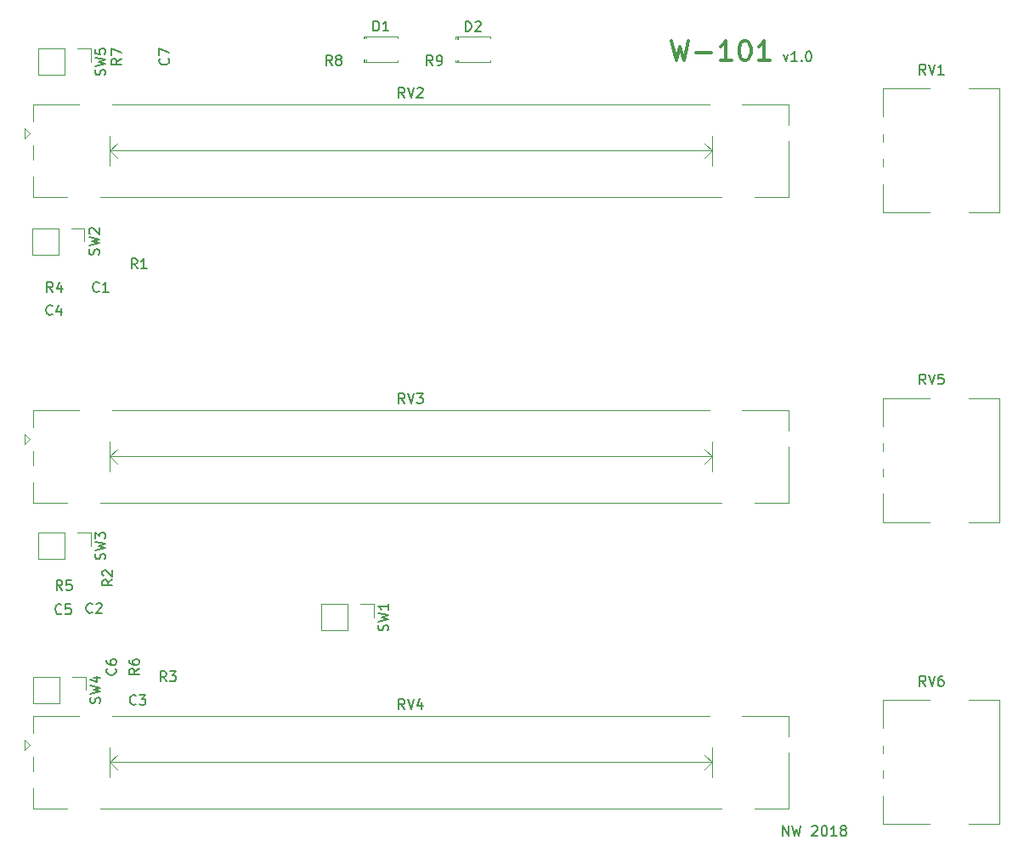
<source format=gto>
G04 #@! TF.GenerationSoftware,KiCad,Pcbnew,5.0.1-33cea8e~68~ubuntu16.04.1*
G04 #@! TF.CreationDate,2018-11-29T12:11:28+01:00*
G04 #@! TF.ProjectId,midi_controller_pcb,6D6964695F636F6E74726F6C6C65725F,rev?*
G04 #@! TF.SameCoordinates,Original*
G04 #@! TF.FileFunction,Legend,Top*
G04 #@! TF.FilePolarity,Positive*
%FSLAX46Y46*%
G04 Gerber Fmt 4.6, Leading zero omitted, Abs format (unit mm)*
G04 Created by KiCad (PCBNEW 5.0.1-33cea8e~68~ubuntu16.04.1) date Do 29 Nov 2018 12:11:28 CET*
%MOMM*%
%LPD*%
G01*
G04 APERTURE LIST*
%ADD10C,0.150000*%
%ADD11C,0.300000*%
%ADD12C,0.120000*%
G04 APERTURE END LIST*
D10*
X172942428Y-59475714D02*
X173180523Y-60142380D01*
X173418619Y-59475714D01*
X174323380Y-60142380D02*
X173751952Y-60142380D01*
X174037666Y-60142380D02*
X174037666Y-59142380D01*
X173942428Y-59285238D01*
X173847190Y-59380476D01*
X173751952Y-59428095D01*
X174751952Y-60047142D02*
X174799571Y-60094761D01*
X174751952Y-60142380D01*
X174704333Y-60094761D01*
X174751952Y-60047142D01*
X174751952Y-60142380D01*
X175418619Y-59142380D02*
X175513857Y-59142380D01*
X175609095Y-59190000D01*
X175656714Y-59237619D01*
X175704333Y-59332857D01*
X175751952Y-59523333D01*
X175751952Y-59761428D01*
X175704333Y-59951904D01*
X175656714Y-60047142D01*
X175609095Y-60094761D01*
X175513857Y-60142380D01*
X175418619Y-60142380D01*
X175323380Y-60094761D01*
X175275761Y-60047142D01*
X175228142Y-59951904D01*
X175180523Y-59761428D01*
X175180523Y-59523333D01*
X175228142Y-59332857D01*
X175275761Y-59237619D01*
X175323380Y-59190000D01*
X175418619Y-59142380D01*
X172879142Y-137358380D02*
X172879142Y-136358380D01*
X173450571Y-137358380D01*
X173450571Y-136358380D01*
X173831523Y-136358380D02*
X174069619Y-137358380D01*
X174260095Y-136644095D01*
X174450571Y-137358380D01*
X174688666Y-136358380D01*
X175783904Y-136453619D02*
X175831523Y-136406000D01*
X175926761Y-136358380D01*
X176164857Y-136358380D01*
X176260095Y-136406000D01*
X176307714Y-136453619D01*
X176355333Y-136548857D01*
X176355333Y-136644095D01*
X176307714Y-136786952D01*
X175736285Y-137358380D01*
X176355333Y-137358380D01*
X176974380Y-136358380D02*
X177069619Y-136358380D01*
X177164857Y-136406000D01*
X177212476Y-136453619D01*
X177260095Y-136548857D01*
X177307714Y-136739333D01*
X177307714Y-136977428D01*
X177260095Y-137167904D01*
X177212476Y-137263142D01*
X177164857Y-137310761D01*
X177069619Y-137358380D01*
X176974380Y-137358380D01*
X176879142Y-137310761D01*
X176831523Y-137263142D01*
X176783904Y-137167904D01*
X176736285Y-136977428D01*
X176736285Y-136739333D01*
X176783904Y-136548857D01*
X176831523Y-136453619D01*
X176879142Y-136406000D01*
X176974380Y-136358380D01*
X178260095Y-137358380D02*
X177688666Y-137358380D01*
X177974380Y-137358380D02*
X177974380Y-136358380D01*
X177879142Y-136501238D01*
X177783904Y-136596476D01*
X177688666Y-136644095D01*
X178831523Y-136786952D02*
X178736285Y-136739333D01*
X178688666Y-136691714D01*
X178641047Y-136596476D01*
X178641047Y-136548857D01*
X178688666Y-136453619D01*
X178736285Y-136406000D01*
X178831523Y-136358380D01*
X179022000Y-136358380D01*
X179117238Y-136406000D01*
X179164857Y-136453619D01*
X179212476Y-136548857D01*
X179212476Y-136596476D01*
X179164857Y-136691714D01*
X179117238Y-136739333D01*
X179022000Y-136786952D01*
X178831523Y-136786952D01*
X178736285Y-136834571D01*
X178688666Y-136882190D01*
X178641047Y-136977428D01*
X178641047Y-137167904D01*
X178688666Y-137263142D01*
X178736285Y-137310761D01*
X178831523Y-137358380D01*
X179022000Y-137358380D01*
X179117238Y-137310761D01*
X179164857Y-137263142D01*
X179212476Y-137167904D01*
X179212476Y-136977428D01*
X179164857Y-136882190D01*
X179117238Y-136834571D01*
X179022000Y-136786952D01*
D11*
X161798619Y-58086761D02*
X162274809Y-60086761D01*
X162655761Y-58658190D01*
X163036714Y-60086761D01*
X163512904Y-58086761D01*
X164274809Y-59324857D02*
X165798619Y-59324857D01*
X167798619Y-60086761D02*
X166655761Y-60086761D01*
X167227190Y-60086761D02*
X167227190Y-58086761D01*
X167036714Y-58372476D01*
X166846238Y-58562952D01*
X166655761Y-58658190D01*
X169036714Y-58086761D02*
X169227190Y-58086761D01*
X169417666Y-58182000D01*
X169512904Y-58277238D01*
X169608142Y-58467714D01*
X169703380Y-58848666D01*
X169703380Y-59324857D01*
X169608142Y-59705809D01*
X169512904Y-59896285D01*
X169417666Y-59991523D01*
X169227190Y-60086761D01*
X169036714Y-60086761D01*
X168846238Y-59991523D01*
X168751000Y-59896285D01*
X168655761Y-59705809D01*
X168560523Y-59324857D01*
X168560523Y-58848666D01*
X168655761Y-58467714D01*
X168751000Y-58277238D01*
X168846238Y-58182000D01*
X169036714Y-58086761D01*
X171608142Y-60086761D02*
X170465285Y-60086761D01*
X171036714Y-60086761D02*
X171036714Y-58086761D01*
X170846238Y-58372476D01*
X170655761Y-58562952D01*
X170465285Y-58658190D01*
D12*
G04 #@! TO.C,D1*
X131132000Y-57668000D02*
X134552000Y-57668000D01*
X131132000Y-60188000D02*
X134552000Y-60188000D01*
X131132000Y-57668000D02*
X131132000Y-57848000D01*
X131132000Y-60008000D02*
X131132000Y-60188000D01*
X134552000Y-57668000D02*
X134552000Y-57833000D01*
X134552000Y-60023000D02*
X134552000Y-60188000D01*
X131252000Y-57668000D02*
X131252000Y-57848000D01*
X131252000Y-60008000D02*
X131252000Y-60188000D01*
X131372000Y-57668000D02*
X131372000Y-57848000D01*
X131372000Y-60008000D02*
X131372000Y-60188000D01*
G04 #@! TO.C,RV1*
X194454000Y-62842000D02*
X194454000Y-75182000D01*
X182864000Y-72382000D02*
X182864000Y-75182000D01*
X182864000Y-69883000D02*
X182864000Y-70642000D01*
X182864000Y-67383000D02*
X182864000Y-68142000D01*
X182864000Y-62842000D02*
X182864000Y-65641000D01*
X191439000Y-75182000D02*
X194454000Y-75182000D01*
X182864000Y-75182000D02*
X187530000Y-75182000D01*
X191439000Y-62842000D02*
X194454000Y-62842000D01*
X182864000Y-62842000D02*
X187530000Y-62842000D01*
G04 #@! TO.C,RV2*
X98190000Y-64440000D02*
X102775000Y-64440000D01*
X106046000Y-64440000D02*
X165575000Y-64440000D01*
X168846000Y-64440000D02*
X173430000Y-64440000D01*
X98190000Y-73680000D02*
X101575000Y-73680000D01*
X104846000Y-73680000D02*
X166775000Y-73680000D01*
X170046000Y-73680000D02*
X173430000Y-73680000D01*
X98190000Y-64440000D02*
X98190000Y-66135000D01*
X98190000Y-68485000D02*
X98190000Y-69988000D01*
X98190000Y-71633000D02*
X98190000Y-73680000D01*
X173430000Y-64440000D02*
X173430000Y-66487000D01*
X173430000Y-68133000D02*
X173430000Y-73680000D01*
X97885000Y-67310000D02*
X97385000Y-66810000D01*
X97385000Y-66810000D02*
X97385000Y-67810000D01*
X97385000Y-67810000D02*
X97885000Y-67310000D01*
X105810000Y-69060000D02*
X165810000Y-69060000D01*
X105810000Y-67560000D02*
X105810000Y-70560000D01*
X106560000Y-68310000D02*
X105810000Y-69060000D01*
X105810000Y-69060000D02*
X106560000Y-69810000D01*
X165810000Y-67560000D02*
X165810000Y-70560000D01*
X165060000Y-68310000D02*
X165810000Y-69060000D01*
X165810000Y-69060000D02*
X165060000Y-69810000D01*
G04 #@! TO.C,RV3*
X165810000Y-99540000D02*
X165060000Y-100290000D01*
X165060000Y-98790000D02*
X165810000Y-99540000D01*
X165810000Y-98040000D02*
X165810000Y-101040000D01*
X105810000Y-99540000D02*
X106560000Y-100290000D01*
X106560000Y-98790000D02*
X105810000Y-99540000D01*
X105810000Y-98040000D02*
X105810000Y-101040000D01*
X105810000Y-99540000D02*
X165810000Y-99540000D01*
X97385000Y-98290000D02*
X97885000Y-97790000D01*
X97385000Y-97290000D02*
X97385000Y-98290000D01*
X97885000Y-97790000D02*
X97385000Y-97290000D01*
X173430000Y-98613000D02*
X173430000Y-104160000D01*
X173430000Y-94920000D02*
X173430000Y-96967000D01*
X98190000Y-102113000D02*
X98190000Y-104160000D01*
X98190000Y-98965000D02*
X98190000Y-100468000D01*
X98190000Y-94920000D02*
X98190000Y-96615000D01*
X170046000Y-104160000D02*
X173430000Y-104160000D01*
X104846000Y-104160000D02*
X166775000Y-104160000D01*
X98190000Y-104160000D02*
X101575000Y-104160000D01*
X168846000Y-94920000D02*
X173430000Y-94920000D01*
X106046000Y-94920000D02*
X165575000Y-94920000D01*
X98190000Y-94920000D02*
X102775000Y-94920000D01*
G04 #@! TO.C,RV4*
X98190000Y-125400000D02*
X102775000Y-125400000D01*
X106046000Y-125400000D02*
X165575000Y-125400000D01*
X168846000Y-125400000D02*
X173430000Y-125400000D01*
X98190000Y-134640000D02*
X101575000Y-134640000D01*
X104846000Y-134640000D02*
X166775000Y-134640000D01*
X170046000Y-134640000D02*
X173430000Y-134640000D01*
X98190000Y-125400000D02*
X98190000Y-127095000D01*
X98190000Y-129445000D02*
X98190000Y-130948000D01*
X98190000Y-132593000D02*
X98190000Y-134640000D01*
X173430000Y-125400000D02*
X173430000Y-127447000D01*
X173430000Y-129093000D02*
X173430000Y-134640000D01*
X97885000Y-128270000D02*
X97385000Y-127770000D01*
X97385000Y-127770000D02*
X97385000Y-128770000D01*
X97385000Y-128770000D02*
X97885000Y-128270000D01*
X105810000Y-130020000D02*
X165810000Y-130020000D01*
X105810000Y-128520000D02*
X105810000Y-131520000D01*
X106560000Y-129270000D02*
X105810000Y-130020000D01*
X105810000Y-130020000D02*
X106560000Y-130770000D01*
X165810000Y-128520000D02*
X165810000Y-131520000D01*
X165060000Y-129270000D02*
X165810000Y-130020000D01*
X165810000Y-130020000D02*
X165060000Y-130770000D01*
G04 #@! TO.C,RV5*
X182864000Y-93728000D02*
X187530000Y-93728000D01*
X191439000Y-93728000D02*
X194454000Y-93728000D01*
X182864000Y-106068000D02*
X187530000Y-106068000D01*
X191439000Y-106068000D02*
X194454000Y-106068000D01*
X182864000Y-93728000D02*
X182864000Y-96527000D01*
X182864000Y-98269000D02*
X182864000Y-99028000D01*
X182864000Y-100769000D02*
X182864000Y-101528000D01*
X182864000Y-103268000D02*
X182864000Y-106068000D01*
X194454000Y-93728000D02*
X194454000Y-106068000D01*
G04 #@! TO.C,RV6*
X182864000Y-123802000D02*
X187530000Y-123802000D01*
X191439000Y-123802000D02*
X194454000Y-123802000D01*
X182864000Y-136142000D02*
X187530000Y-136142000D01*
X191439000Y-136142000D02*
X194454000Y-136142000D01*
X182864000Y-123802000D02*
X182864000Y-126601000D01*
X182864000Y-128343000D02*
X182864000Y-129102000D01*
X182864000Y-130843000D02*
X182864000Y-131602000D01*
X182864000Y-133342000D02*
X182864000Y-136142000D01*
X194454000Y-123802000D02*
X194454000Y-136142000D01*
G04 #@! TO.C,SW1*
X132140000Y-114240000D02*
X132140000Y-115570000D01*
X130810000Y-114240000D02*
X132140000Y-114240000D01*
X129540000Y-114240000D02*
X129540000Y-116900000D01*
X129540000Y-116900000D02*
X126940000Y-116900000D01*
X129540000Y-114240000D02*
X126940000Y-114240000D01*
X126940000Y-114240000D02*
X126940000Y-116900000D01*
G04 #@! TO.C,SW2*
X98111000Y-76775000D02*
X98111000Y-79435000D01*
X100711000Y-76775000D02*
X98111000Y-76775000D01*
X100711000Y-79435000D02*
X98111000Y-79435000D01*
X100711000Y-76775000D02*
X100711000Y-79435000D01*
X101981000Y-76775000D02*
X103311000Y-76775000D01*
X103311000Y-76775000D02*
X103311000Y-78105000D01*
G04 #@! TO.C,SW3*
X103946000Y-107128000D02*
X103946000Y-108458000D01*
X102616000Y-107128000D02*
X103946000Y-107128000D01*
X101346000Y-107128000D02*
X101346000Y-109788000D01*
X101346000Y-109788000D02*
X98746000Y-109788000D01*
X101346000Y-107128000D02*
X98746000Y-107128000D01*
X98746000Y-107128000D02*
X98746000Y-109788000D01*
G04 #@! TO.C,SW4*
X98238000Y-121479000D02*
X98238000Y-124139000D01*
X100838000Y-121479000D02*
X98238000Y-121479000D01*
X100838000Y-124139000D02*
X98238000Y-124139000D01*
X100838000Y-121479000D02*
X100838000Y-124139000D01*
X102108000Y-121479000D02*
X103438000Y-121479000D01*
X103438000Y-121479000D02*
X103438000Y-122809000D01*
G04 #@! TO.C,SW5*
X98746000Y-58868000D02*
X98746000Y-61528000D01*
X101346000Y-58868000D02*
X98746000Y-58868000D01*
X101346000Y-61528000D02*
X98746000Y-61528000D01*
X101346000Y-58868000D02*
X101346000Y-61528000D01*
X102616000Y-58868000D02*
X103946000Y-58868000D01*
X103946000Y-58868000D02*
X103946000Y-60198000D01*
G04 #@! TO.C,D2*
X140308001Y-57719001D02*
X143728001Y-57719001D01*
X140308001Y-60239001D02*
X143728001Y-60239001D01*
X140308001Y-57719001D02*
X140308001Y-57899001D01*
X140308001Y-60059001D02*
X140308001Y-60239001D01*
X143728001Y-57719001D02*
X143728001Y-57884001D01*
X143728001Y-60074001D02*
X143728001Y-60239001D01*
X140428001Y-57719001D02*
X140428001Y-57899001D01*
X140428001Y-60059001D02*
X140428001Y-60239001D01*
X140548001Y-57719001D02*
X140548001Y-57899001D01*
X140548001Y-60059001D02*
X140548001Y-60239001D01*
G04 #@! TO.C,C1*
D10*
X104758333Y-83061142D02*
X104710714Y-83108761D01*
X104567857Y-83156380D01*
X104472619Y-83156380D01*
X104329761Y-83108761D01*
X104234523Y-83013523D01*
X104186904Y-82918285D01*
X104139285Y-82727809D01*
X104139285Y-82584952D01*
X104186904Y-82394476D01*
X104234523Y-82299238D01*
X104329761Y-82204000D01*
X104472619Y-82156380D01*
X104567857Y-82156380D01*
X104710714Y-82204000D01*
X104758333Y-82251619D01*
X105710714Y-83156380D02*
X105139285Y-83156380D01*
X105425000Y-83156380D02*
X105425000Y-82156380D01*
X105329761Y-82299238D01*
X105234523Y-82394476D01*
X105139285Y-82442095D01*
G04 #@! TO.C,C2*
X104100333Y-115065142D02*
X104052714Y-115112761D01*
X103909857Y-115160380D01*
X103814619Y-115160380D01*
X103671761Y-115112761D01*
X103576523Y-115017523D01*
X103528904Y-114922285D01*
X103481285Y-114731809D01*
X103481285Y-114588952D01*
X103528904Y-114398476D01*
X103576523Y-114303238D01*
X103671761Y-114208000D01*
X103814619Y-114160380D01*
X103909857Y-114160380D01*
X104052714Y-114208000D01*
X104100333Y-114255619D01*
X104481285Y-114255619D02*
X104528904Y-114208000D01*
X104624142Y-114160380D01*
X104862238Y-114160380D01*
X104957476Y-114208000D01*
X105005095Y-114255619D01*
X105052714Y-114350857D01*
X105052714Y-114446095D01*
X105005095Y-114588952D01*
X104433666Y-115160380D01*
X105052714Y-115160380D01*
G04 #@! TO.C,C3*
X108441333Y-124209142D02*
X108393714Y-124256761D01*
X108250857Y-124304380D01*
X108155619Y-124304380D01*
X108012761Y-124256761D01*
X107917523Y-124161523D01*
X107869904Y-124066285D01*
X107822285Y-123875809D01*
X107822285Y-123732952D01*
X107869904Y-123542476D01*
X107917523Y-123447238D01*
X108012761Y-123352000D01*
X108155619Y-123304380D01*
X108250857Y-123304380D01*
X108393714Y-123352000D01*
X108441333Y-123399619D01*
X108774666Y-123304380D02*
X109393714Y-123304380D01*
X109060380Y-123685333D01*
X109203238Y-123685333D01*
X109298476Y-123732952D01*
X109346095Y-123780571D01*
X109393714Y-123875809D01*
X109393714Y-124113904D01*
X109346095Y-124209142D01*
X109298476Y-124256761D01*
X109203238Y-124304380D01*
X108917523Y-124304380D01*
X108822285Y-124256761D01*
X108774666Y-124209142D01*
G04 #@! TO.C,D1*
X132103904Y-57120380D02*
X132103904Y-56120380D01*
X132342000Y-56120380D01*
X132484857Y-56168000D01*
X132580095Y-56263238D01*
X132627714Y-56358476D01*
X132675333Y-56548952D01*
X132675333Y-56691809D01*
X132627714Y-56882285D01*
X132580095Y-56977523D01*
X132484857Y-57072761D01*
X132342000Y-57120380D01*
X132103904Y-57120380D01*
X133627714Y-57120380D02*
X133056285Y-57120380D01*
X133342000Y-57120380D02*
X133342000Y-56120380D01*
X133246761Y-56263238D01*
X133151523Y-56358476D01*
X133056285Y-56406095D01*
G04 #@! TO.C,R1*
X108568333Y-80816380D02*
X108235000Y-80340190D01*
X107996904Y-80816380D02*
X107996904Y-79816380D01*
X108377857Y-79816380D01*
X108473095Y-79864000D01*
X108520714Y-79911619D01*
X108568333Y-80006857D01*
X108568333Y-80149714D01*
X108520714Y-80244952D01*
X108473095Y-80292571D01*
X108377857Y-80340190D01*
X107996904Y-80340190D01*
X109520714Y-80816380D02*
X108949285Y-80816380D01*
X109235000Y-80816380D02*
X109235000Y-79816380D01*
X109139761Y-79959238D01*
X109044523Y-80054476D01*
X108949285Y-80102095D01*
G04 #@! TO.C,R2*
X106089380Y-111822666D02*
X105613190Y-112156000D01*
X106089380Y-112394095D02*
X105089380Y-112394095D01*
X105089380Y-112013142D01*
X105137000Y-111917904D01*
X105184619Y-111870285D01*
X105279857Y-111822666D01*
X105422714Y-111822666D01*
X105517952Y-111870285D01*
X105565571Y-111917904D01*
X105613190Y-112013142D01*
X105613190Y-112394095D01*
X105184619Y-111441714D02*
X105137000Y-111394095D01*
X105089380Y-111298857D01*
X105089380Y-111060761D01*
X105137000Y-110965523D01*
X105184619Y-110917904D01*
X105279857Y-110870285D01*
X105375095Y-110870285D01*
X105517952Y-110917904D01*
X106089380Y-111489333D01*
X106089380Y-110870285D01*
G04 #@! TO.C,R3*
X111466333Y-121964380D02*
X111133000Y-121488190D01*
X110894904Y-121964380D02*
X110894904Y-120964380D01*
X111275857Y-120964380D01*
X111371095Y-121012000D01*
X111418714Y-121059619D01*
X111466333Y-121154857D01*
X111466333Y-121297714D01*
X111418714Y-121392952D01*
X111371095Y-121440571D01*
X111275857Y-121488190D01*
X110894904Y-121488190D01*
X111799666Y-120964380D02*
X112418714Y-120964380D01*
X112085380Y-121345333D01*
X112228238Y-121345333D01*
X112323476Y-121392952D01*
X112371095Y-121440571D01*
X112418714Y-121535809D01*
X112418714Y-121773904D01*
X112371095Y-121869142D01*
X112323476Y-121916761D01*
X112228238Y-121964380D01*
X111942523Y-121964380D01*
X111847285Y-121916761D01*
X111799666Y-121869142D01*
G04 #@! TO.C,R4*
X100163333Y-83156380D02*
X99830000Y-82680190D01*
X99591904Y-83156380D02*
X99591904Y-82156380D01*
X99972857Y-82156380D01*
X100068095Y-82204000D01*
X100115714Y-82251619D01*
X100163333Y-82346857D01*
X100163333Y-82489714D01*
X100115714Y-82584952D01*
X100068095Y-82632571D01*
X99972857Y-82680190D01*
X99591904Y-82680190D01*
X101020476Y-82489714D02*
X101020476Y-83156380D01*
X100782380Y-82108761D02*
X100544285Y-82823047D01*
X101163333Y-82823047D01*
G04 #@! TO.C,R5*
X101100733Y-112874380D02*
X100767400Y-112398190D01*
X100529304Y-112874380D02*
X100529304Y-111874380D01*
X100910257Y-111874380D01*
X101005495Y-111922000D01*
X101053114Y-111969619D01*
X101100733Y-112064857D01*
X101100733Y-112207714D01*
X101053114Y-112302952D01*
X101005495Y-112350571D01*
X100910257Y-112398190D01*
X100529304Y-112398190D01*
X102005495Y-111874380D02*
X101529304Y-111874380D01*
X101481685Y-112350571D01*
X101529304Y-112302952D01*
X101624542Y-112255333D01*
X101862638Y-112255333D01*
X101957876Y-112302952D01*
X102005495Y-112350571D01*
X102053114Y-112445809D01*
X102053114Y-112683904D01*
X102005495Y-112779142D01*
X101957876Y-112826761D01*
X101862638Y-112874380D01*
X101624542Y-112874380D01*
X101529304Y-112826761D01*
X101481685Y-112779142D01*
G04 #@! TO.C,R6*
X108756380Y-120689666D02*
X108280190Y-121023000D01*
X108756380Y-121261095D02*
X107756380Y-121261095D01*
X107756380Y-120880142D01*
X107804000Y-120784904D01*
X107851619Y-120737285D01*
X107946857Y-120689666D01*
X108089714Y-120689666D01*
X108184952Y-120737285D01*
X108232571Y-120784904D01*
X108280190Y-120880142D01*
X108280190Y-121261095D01*
X107756380Y-119832523D02*
X107756380Y-120023000D01*
X107804000Y-120118238D01*
X107851619Y-120165857D01*
X107994476Y-120261095D01*
X108184952Y-120308714D01*
X108565904Y-120308714D01*
X108661142Y-120261095D01*
X108708761Y-120213476D01*
X108756380Y-120118238D01*
X108756380Y-119927761D01*
X108708761Y-119832523D01*
X108661142Y-119784904D01*
X108565904Y-119737285D01*
X108327809Y-119737285D01*
X108232571Y-119784904D01*
X108184952Y-119832523D01*
X108137333Y-119927761D01*
X108137333Y-120118238D01*
X108184952Y-120213476D01*
X108232571Y-120261095D01*
X108327809Y-120308714D01*
G04 #@! TO.C,R7*
X106978380Y-59879666D02*
X106502190Y-60213000D01*
X106978380Y-60451095D02*
X105978380Y-60451095D01*
X105978380Y-60070142D01*
X106026000Y-59974904D01*
X106073619Y-59927285D01*
X106168857Y-59879666D01*
X106311714Y-59879666D01*
X106406952Y-59927285D01*
X106454571Y-59974904D01*
X106502190Y-60070142D01*
X106502190Y-60451095D01*
X105978380Y-59546333D02*
X105978380Y-58879666D01*
X106978380Y-59308238D01*
G04 #@! TO.C,RV1*
X187113761Y-61464380D02*
X186780428Y-60988190D01*
X186542333Y-61464380D02*
X186542333Y-60464380D01*
X186923285Y-60464380D01*
X187018523Y-60512000D01*
X187066142Y-60559619D01*
X187113761Y-60654857D01*
X187113761Y-60797714D01*
X187066142Y-60892952D01*
X187018523Y-60940571D01*
X186923285Y-60988190D01*
X186542333Y-60988190D01*
X187399476Y-60464380D02*
X187732809Y-61464380D01*
X188066142Y-60464380D01*
X188923285Y-61464380D02*
X188351857Y-61464380D01*
X188637571Y-61464380D02*
X188637571Y-60464380D01*
X188542333Y-60607238D01*
X188447095Y-60702476D01*
X188351857Y-60750095D01*
G04 #@! TO.C,RV2*
X135214761Y-63762380D02*
X134881428Y-63286190D01*
X134643333Y-63762380D02*
X134643333Y-62762380D01*
X135024285Y-62762380D01*
X135119523Y-62810000D01*
X135167142Y-62857619D01*
X135214761Y-62952857D01*
X135214761Y-63095714D01*
X135167142Y-63190952D01*
X135119523Y-63238571D01*
X135024285Y-63286190D01*
X134643333Y-63286190D01*
X135500476Y-62762380D02*
X135833809Y-63762380D01*
X136167142Y-62762380D01*
X136452857Y-62857619D02*
X136500476Y-62810000D01*
X136595714Y-62762380D01*
X136833809Y-62762380D01*
X136929047Y-62810000D01*
X136976666Y-62857619D01*
X137024285Y-62952857D01*
X137024285Y-63048095D01*
X136976666Y-63190952D01*
X136405238Y-63762380D01*
X137024285Y-63762380D01*
G04 #@! TO.C,RV3*
X135214761Y-94242380D02*
X134881428Y-93766190D01*
X134643333Y-94242380D02*
X134643333Y-93242380D01*
X135024285Y-93242380D01*
X135119523Y-93290000D01*
X135167142Y-93337619D01*
X135214761Y-93432857D01*
X135214761Y-93575714D01*
X135167142Y-93670952D01*
X135119523Y-93718571D01*
X135024285Y-93766190D01*
X134643333Y-93766190D01*
X135500476Y-93242380D02*
X135833809Y-94242380D01*
X136167142Y-93242380D01*
X136405238Y-93242380D02*
X137024285Y-93242380D01*
X136690952Y-93623333D01*
X136833809Y-93623333D01*
X136929047Y-93670952D01*
X136976666Y-93718571D01*
X137024285Y-93813809D01*
X137024285Y-94051904D01*
X136976666Y-94147142D01*
X136929047Y-94194761D01*
X136833809Y-94242380D01*
X136548095Y-94242380D01*
X136452857Y-94194761D01*
X136405238Y-94147142D01*
G04 #@! TO.C,RV4*
X135214761Y-124722380D02*
X134881428Y-124246190D01*
X134643333Y-124722380D02*
X134643333Y-123722380D01*
X135024285Y-123722380D01*
X135119523Y-123770000D01*
X135167142Y-123817619D01*
X135214761Y-123912857D01*
X135214761Y-124055714D01*
X135167142Y-124150952D01*
X135119523Y-124198571D01*
X135024285Y-124246190D01*
X134643333Y-124246190D01*
X135500476Y-123722380D02*
X135833809Y-124722380D01*
X136167142Y-123722380D01*
X136929047Y-124055714D02*
X136929047Y-124722380D01*
X136690952Y-123674761D02*
X136452857Y-124389047D01*
X137071904Y-124389047D01*
G04 #@! TO.C,RV5*
X187113761Y-92350380D02*
X186780428Y-91874190D01*
X186542333Y-92350380D02*
X186542333Y-91350380D01*
X186923285Y-91350380D01*
X187018523Y-91398000D01*
X187066142Y-91445619D01*
X187113761Y-91540857D01*
X187113761Y-91683714D01*
X187066142Y-91778952D01*
X187018523Y-91826571D01*
X186923285Y-91874190D01*
X186542333Y-91874190D01*
X187399476Y-91350380D02*
X187732809Y-92350380D01*
X188066142Y-91350380D01*
X188875666Y-91350380D02*
X188399476Y-91350380D01*
X188351857Y-91826571D01*
X188399476Y-91778952D01*
X188494714Y-91731333D01*
X188732809Y-91731333D01*
X188828047Y-91778952D01*
X188875666Y-91826571D01*
X188923285Y-91921809D01*
X188923285Y-92159904D01*
X188875666Y-92255142D01*
X188828047Y-92302761D01*
X188732809Y-92350380D01*
X188494714Y-92350380D01*
X188399476Y-92302761D01*
X188351857Y-92255142D01*
G04 #@! TO.C,RV6*
X187113761Y-122424380D02*
X186780428Y-121948190D01*
X186542333Y-122424380D02*
X186542333Y-121424380D01*
X186923285Y-121424380D01*
X187018523Y-121472000D01*
X187066142Y-121519619D01*
X187113761Y-121614857D01*
X187113761Y-121757714D01*
X187066142Y-121852952D01*
X187018523Y-121900571D01*
X186923285Y-121948190D01*
X186542333Y-121948190D01*
X187399476Y-121424380D02*
X187732809Y-122424380D01*
X188066142Y-121424380D01*
X188828047Y-121424380D02*
X188637571Y-121424380D01*
X188542333Y-121472000D01*
X188494714Y-121519619D01*
X188399476Y-121662476D01*
X188351857Y-121852952D01*
X188351857Y-122233904D01*
X188399476Y-122329142D01*
X188447095Y-122376761D01*
X188542333Y-122424380D01*
X188732809Y-122424380D01*
X188828047Y-122376761D01*
X188875666Y-122329142D01*
X188923285Y-122233904D01*
X188923285Y-121995809D01*
X188875666Y-121900571D01*
X188828047Y-121852952D01*
X188732809Y-121805333D01*
X188542333Y-121805333D01*
X188447095Y-121852952D01*
X188399476Y-121900571D01*
X188351857Y-121995809D01*
G04 #@! TO.C,SW1*
X133544761Y-116903333D02*
X133592380Y-116760476D01*
X133592380Y-116522380D01*
X133544761Y-116427142D01*
X133497142Y-116379523D01*
X133401904Y-116331904D01*
X133306666Y-116331904D01*
X133211428Y-116379523D01*
X133163809Y-116427142D01*
X133116190Y-116522380D01*
X133068571Y-116712857D01*
X133020952Y-116808095D01*
X132973333Y-116855714D01*
X132878095Y-116903333D01*
X132782857Y-116903333D01*
X132687619Y-116855714D01*
X132640000Y-116808095D01*
X132592380Y-116712857D01*
X132592380Y-116474761D01*
X132640000Y-116331904D01*
X132592380Y-115998571D02*
X133592380Y-115760476D01*
X132878095Y-115570000D01*
X133592380Y-115379523D01*
X132592380Y-115141428D01*
X133592380Y-114236666D02*
X133592380Y-114808095D01*
X133592380Y-114522380D02*
X132592380Y-114522380D01*
X132735238Y-114617619D01*
X132830476Y-114712857D01*
X132878095Y-114808095D01*
G04 #@! TO.C,SW2*
X104715761Y-79438333D02*
X104763380Y-79295476D01*
X104763380Y-79057380D01*
X104715761Y-78962142D01*
X104668142Y-78914523D01*
X104572904Y-78866904D01*
X104477666Y-78866904D01*
X104382428Y-78914523D01*
X104334809Y-78962142D01*
X104287190Y-79057380D01*
X104239571Y-79247857D01*
X104191952Y-79343095D01*
X104144333Y-79390714D01*
X104049095Y-79438333D01*
X103953857Y-79438333D01*
X103858619Y-79390714D01*
X103811000Y-79343095D01*
X103763380Y-79247857D01*
X103763380Y-79009761D01*
X103811000Y-78866904D01*
X103763380Y-78533571D02*
X104763380Y-78295476D01*
X104049095Y-78105000D01*
X104763380Y-77914523D01*
X103763380Y-77676428D01*
X103858619Y-77343095D02*
X103811000Y-77295476D01*
X103763380Y-77200238D01*
X103763380Y-76962142D01*
X103811000Y-76866904D01*
X103858619Y-76819285D01*
X103953857Y-76771666D01*
X104049095Y-76771666D01*
X104191952Y-76819285D01*
X104763380Y-77390714D01*
X104763380Y-76771666D01*
G04 #@! TO.C,SW3*
X105350761Y-109791333D02*
X105398380Y-109648476D01*
X105398380Y-109410380D01*
X105350761Y-109315142D01*
X105303142Y-109267523D01*
X105207904Y-109219904D01*
X105112666Y-109219904D01*
X105017428Y-109267523D01*
X104969809Y-109315142D01*
X104922190Y-109410380D01*
X104874571Y-109600857D01*
X104826952Y-109696095D01*
X104779333Y-109743714D01*
X104684095Y-109791333D01*
X104588857Y-109791333D01*
X104493619Y-109743714D01*
X104446000Y-109696095D01*
X104398380Y-109600857D01*
X104398380Y-109362761D01*
X104446000Y-109219904D01*
X104398380Y-108886571D02*
X105398380Y-108648476D01*
X104684095Y-108458000D01*
X105398380Y-108267523D01*
X104398380Y-108029428D01*
X104398380Y-107743714D02*
X104398380Y-107124666D01*
X104779333Y-107458000D01*
X104779333Y-107315142D01*
X104826952Y-107219904D01*
X104874571Y-107172285D01*
X104969809Y-107124666D01*
X105207904Y-107124666D01*
X105303142Y-107172285D01*
X105350761Y-107219904D01*
X105398380Y-107315142D01*
X105398380Y-107600857D01*
X105350761Y-107696095D01*
X105303142Y-107743714D01*
G04 #@! TO.C,SW4*
X104842761Y-124142333D02*
X104890380Y-123999476D01*
X104890380Y-123761380D01*
X104842761Y-123666142D01*
X104795142Y-123618523D01*
X104699904Y-123570904D01*
X104604666Y-123570904D01*
X104509428Y-123618523D01*
X104461809Y-123666142D01*
X104414190Y-123761380D01*
X104366571Y-123951857D01*
X104318952Y-124047095D01*
X104271333Y-124094714D01*
X104176095Y-124142333D01*
X104080857Y-124142333D01*
X103985619Y-124094714D01*
X103938000Y-124047095D01*
X103890380Y-123951857D01*
X103890380Y-123713761D01*
X103938000Y-123570904D01*
X103890380Y-123237571D02*
X104890380Y-122999476D01*
X104176095Y-122809000D01*
X104890380Y-122618523D01*
X103890380Y-122380428D01*
X104223714Y-121570904D02*
X104890380Y-121570904D01*
X103842761Y-121809000D02*
X104557047Y-122047095D01*
X104557047Y-121428047D01*
G04 #@! TO.C,SW5*
X105350761Y-61531333D02*
X105398380Y-61388476D01*
X105398380Y-61150380D01*
X105350761Y-61055142D01*
X105303142Y-61007523D01*
X105207904Y-60959904D01*
X105112666Y-60959904D01*
X105017428Y-61007523D01*
X104969809Y-61055142D01*
X104922190Y-61150380D01*
X104874571Y-61340857D01*
X104826952Y-61436095D01*
X104779333Y-61483714D01*
X104684095Y-61531333D01*
X104588857Y-61531333D01*
X104493619Y-61483714D01*
X104446000Y-61436095D01*
X104398380Y-61340857D01*
X104398380Y-61102761D01*
X104446000Y-60959904D01*
X104398380Y-60626571D02*
X105398380Y-60388476D01*
X104684095Y-60198000D01*
X105398380Y-60007523D01*
X104398380Y-59769428D01*
X104398380Y-58912285D02*
X104398380Y-59388476D01*
X104874571Y-59436095D01*
X104826952Y-59388476D01*
X104779333Y-59293238D01*
X104779333Y-59055142D01*
X104826952Y-58959904D01*
X104874571Y-58912285D01*
X104969809Y-58864666D01*
X105207904Y-58864666D01*
X105303142Y-58912285D01*
X105350761Y-58959904D01*
X105398380Y-59055142D01*
X105398380Y-59293238D01*
X105350761Y-59388476D01*
X105303142Y-59436095D01*
G04 #@! TO.C,C4*
X100112533Y-85345542D02*
X100064914Y-85393161D01*
X99922057Y-85440780D01*
X99826819Y-85440780D01*
X99683961Y-85393161D01*
X99588723Y-85297923D01*
X99541104Y-85202685D01*
X99493485Y-85012209D01*
X99493485Y-84869352D01*
X99541104Y-84678876D01*
X99588723Y-84583638D01*
X99683961Y-84488400D01*
X99826819Y-84440780D01*
X99922057Y-84440780D01*
X100064914Y-84488400D01*
X100112533Y-84536019D01*
X100969676Y-84774114D02*
X100969676Y-85440780D01*
X100731580Y-84393161D02*
X100493485Y-85107447D01*
X101112533Y-85107447D01*
G04 #@! TO.C,C5*
X101026933Y-115165142D02*
X100979314Y-115212761D01*
X100836457Y-115260380D01*
X100741219Y-115260380D01*
X100598361Y-115212761D01*
X100503123Y-115117523D01*
X100455504Y-115022285D01*
X100407885Y-114831809D01*
X100407885Y-114688952D01*
X100455504Y-114498476D01*
X100503123Y-114403238D01*
X100598361Y-114308000D01*
X100741219Y-114260380D01*
X100836457Y-114260380D01*
X100979314Y-114308000D01*
X101026933Y-114355619D01*
X101931695Y-114260380D02*
X101455504Y-114260380D01*
X101407885Y-114736571D01*
X101455504Y-114688952D01*
X101550742Y-114641333D01*
X101788838Y-114641333D01*
X101884076Y-114688952D01*
X101931695Y-114736571D01*
X101979314Y-114831809D01*
X101979314Y-115069904D01*
X101931695Y-115165142D01*
X101884076Y-115212761D01*
X101788838Y-115260380D01*
X101550742Y-115260380D01*
X101455504Y-115212761D01*
X101407885Y-115165142D01*
G04 #@! TO.C,C6*
X106402142Y-120689666D02*
X106449761Y-120737285D01*
X106497380Y-120880142D01*
X106497380Y-120975380D01*
X106449761Y-121118238D01*
X106354523Y-121213476D01*
X106259285Y-121261095D01*
X106068809Y-121308714D01*
X105925952Y-121308714D01*
X105735476Y-121261095D01*
X105640238Y-121213476D01*
X105545000Y-121118238D01*
X105497380Y-120975380D01*
X105497380Y-120880142D01*
X105545000Y-120737285D01*
X105592619Y-120689666D01*
X105497380Y-119832523D02*
X105497380Y-120023000D01*
X105545000Y-120118238D01*
X105592619Y-120165857D01*
X105735476Y-120261095D01*
X105925952Y-120308714D01*
X106306904Y-120308714D01*
X106402142Y-120261095D01*
X106449761Y-120213476D01*
X106497380Y-120118238D01*
X106497380Y-119927761D01*
X106449761Y-119832523D01*
X106402142Y-119784904D01*
X106306904Y-119737285D01*
X106068809Y-119737285D01*
X105973571Y-119784904D01*
X105925952Y-119832523D01*
X105878333Y-119927761D01*
X105878333Y-120118238D01*
X105925952Y-120213476D01*
X105973571Y-120261095D01*
X106068809Y-120308714D01*
G04 #@! TO.C,C7*
X111659942Y-59884466D02*
X111707561Y-59932085D01*
X111755180Y-60074942D01*
X111755180Y-60170180D01*
X111707561Y-60313038D01*
X111612323Y-60408276D01*
X111517085Y-60455895D01*
X111326609Y-60503514D01*
X111183752Y-60503514D01*
X110993276Y-60455895D01*
X110898038Y-60408276D01*
X110802800Y-60313038D01*
X110755180Y-60170180D01*
X110755180Y-60074942D01*
X110802800Y-59932085D01*
X110850419Y-59884466D01*
X110755180Y-59551133D02*
X110755180Y-58884466D01*
X111755180Y-59313038D01*
G04 #@! TO.C,R8*
X127976333Y-60550380D02*
X127643000Y-60074190D01*
X127404904Y-60550380D02*
X127404904Y-59550380D01*
X127785857Y-59550380D01*
X127881095Y-59598000D01*
X127928714Y-59645619D01*
X127976333Y-59740857D01*
X127976333Y-59883714D01*
X127928714Y-59978952D01*
X127881095Y-60026571D01*
X127785857Y-60074190D01*
X127404904Y-60074190D01*
X128547761Y-59978952D02*
X128452523Y-59931333D01*
X128404904Y-59883714D01*
X128357285Y-59788476D01*
X128357285Y-59740857D01*
X128404904Y-59645619D01*
X128452523Y-59598000D01*
X128547761Y-59550380D01*
X128738238Y-59550380D01*
X128833476Y-59598000D01*
X128881095Y-59645619D01*
X128928714Y-59740857D01*
X128928714Y-59788476D01*
X128881095Y-59883714D01*
X128833476Y-59931333D01*
X128738238Y-59978952D01*
X128547761Y-59978952D01*
X128452523Y-60026571D01*
X128404904Y-60074190D01*
X128357285Y-60169428D01*
X128357285Y-60359904D01*
X128404904Y-60455142D01*
X128452523Y-60502761D01*
X128547761Y-60550380D01*
X128738238Y-60550380D01*
X128833476Y-60502761D01*
X128881095Y-60455142D01*
X128928714Y-60359904D01*
X128928714Y-60169428D01*
X128881095Y-60074190D01*
X128833476Y-60026571D01*
X128738238Y-59978952D01*
G04 #@! TO.C,D2*
X141279905Y-57171381D02*
X141279905Y-56171381D01*
X141518001Y-56171381D01*
X141660858Y-56219001D01*
X141756096Y-56314239D01*
X141803715Y-56409477D01*
X141851334Y-56599953D01*
X141851334Y-56742810D01*
X141803715Y-56933286D01*
X141756096Y-57028524D01*
X141660858Y-57123762D01*
X141518001Y-57171381D01*
X141279905Y-57171381D01*
X142232286Y-56266620D02*
X142279905Y-56219001D01*
X142375143Y-56171381D01*
X142613239Y-56171381D01*
X142708477Y-56219001D01*
X142756096Y-56266620D01*
X142803715Y-56361858D01*
X142803715Y-56457096D01*
X142756096Y-56599953D01*
X142184667Y-57171381D01*
X142803715Y-57171381D01*
G04 #@! TO.C,R9*
X138009333Y-60550380D02*
X137676000Y-60074190D01*
X137437904Y-60550380D02*
X137437904Y-59550380D01*
X137818857Y-59550380D01*
X137914095Y-59598000D01*
X137961714Y-59645619D01*
X138009333Y-59740857D01*
X138009333Y-59883714D01*
X137961714Y-59978952D01*
X137914095Y-60026571D01*
X137818857Y-60074190D01*
X137437904Y-60074190D01*
X138485523Y-60550380D02*
X138676000Y-60550380D01*
X138771238Y-60502761D01*
X138818857Y-60455142D01*
X138914095Y-60312285D01*
X138961714Y-60121809D01*
X138961714Y-59740857D01*
X138914095Y-59645619D01*
X138866476Y-59598000D01*
X138771238Y-59550380D01*
X138580761Y-59550380D01*
X138485523Y-59598000D01*
X138437904Y-59645619D01*
X138390285Y-59740857D01*
X138390285Y-59978952D01*
X138437904Y-60074190D01*
X138485523Y-60121809D01*
X138580761Y-60169428D01*
X138771238Y-60169428D01*
X138866476Y-60121809D01*
X138914095Y-60074190D01*
X138961714Y-59978952D01*
G04 #@! TD*
M02*

</source>
